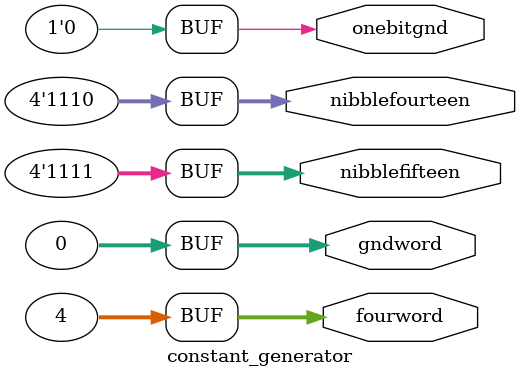
<source format=v>
module constant_generator (
output onebitgnd,
output [31:0] gndword,
output [31:0] fourword,
output [3:0] nibblefourteen,
output [3:0] nibblefifteen
);
assign onebitgnd = 1'b0;
assign gndword = 32'b0;
assign fourword = 32'b0000_0000_0000_0000_0000_0000_0000_0100;
assign nibblefourteen = 4'b1110;
assign nibblefifteen = 4'b1111; 
endmodule

</source>
